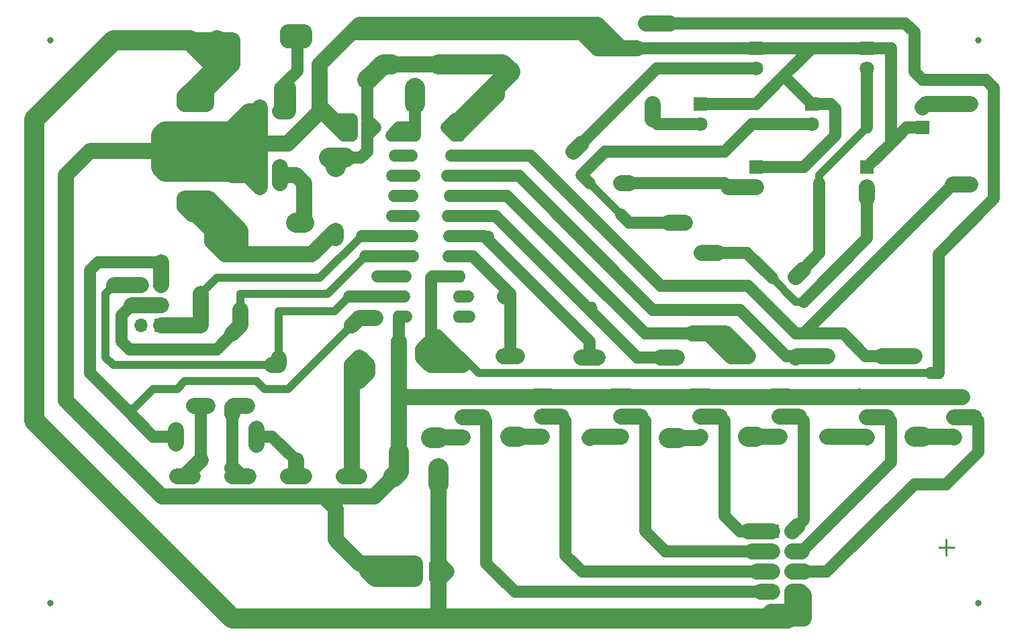
<source format=gbr>
%TF.GenerationSoftware,KiCad,Pcbnew,5.1.9*%
%TF.CreationDate,2021-04-25T23:10:33+02:00*%
%TF.ProjectId,controller,636f6e74-726f-46c6-9c65-722e6b696361,rev?*%
%TF.SameCoordinates,Original*%
%TF.FileFunction,Copper,L2,Bot*%
%TF.FilePolarity,Positive*%
%FSLAX46Y46*%
G04 Gerber Fmt 4.6, Leading zero omitted, Abs format (unit mm)*
G04 Created by KiCad (PCBNEW 5.1.9) date 2021-04-25 23:10:33*
%MOMM*%
%LPD*%
G01*
G04 APERTURE LIST*
%TA.AperFunction,ComponentPad*%
%ADD10O,1.600000X1.600000*%
%TD*%
%TA.AperFunction,ComponentPad*%
%ADD11C,1.600000*%
%TD*%
%TA.AperFunction,ComponentPad*%
%ADD12R,1.600000X1.600000*%
%TD*%
%TA.AperFunction,ComponentPad*%
%ADD13O,1.700000X1.700000*%
%TD*%
%TA.AperFunction,ComponentPad*%
%ADD14R,1.700000X1.700000*%
%TD*%
%TA.AperFunction,ComponentPad*%
%ADD15R,1.800000X1.800000*%
%TD*%
%TA.AperFunction,ComponentPad*%
%ADD16C,1.800000*%
%TD*%
%TA.AperFunction,ComponentPad*%
%ADD17C,2.600000*%
%TD*%
%TA.AperFunction,ComponentPad*%
%ADD18O,1.800000X1.800000*%
%TD*%
%TA.AperFunction,ComponentPad*%
%ADD19R,2.400000X2.400000*%
%TD*%
%TA.AperFunction,ComponentPad*%
%ADD20C,2.400000*%
%TD*%
%TA.AperFunction,ViaPad*%
%ADD21C,0.800000*%
%TD*%
%TA.AperFunction,Conductor*%
%ADD22C,0.250000*%
%TD*%
%TA.AperFunction,Conductor*%
%ADD23C,1.500000*%
%TD*%
%TA.AperFunction,Conductor*%
%ADD24C,2.000000*%
%TD*%
%TA.AperFunction,Conductor*%
%ADD25C,2.500000*%
%TD*%
%TA.AperFunction,Conductor*%
%ADD26C,1.000000*%
%TD*%
G04 APERTURE END LIST*
D10*
%TO.P,L0,2*%
%TO.N,Net-(C1-Pad1)*%
X125000000Y-54840000D03*
D11*
%TO.P,L0,1*%
%TO.N,/5V+*%
X125000000Y-65000000D03*
%TD*%
%TO.P,C6,2*%
%TO.N,Earth*%
X145000000Y-38000000D03*
%TO.P,C6,1*%
%TO.N,Net-(C1-Pad1)*%
X145000000Y-43000000D03*
%TD*%
%TO.P,C1,2*%
%TO.N,Earth*%
X127000000Y-51000000D03*
D12*
%TO.P,C1,1*%
%TO.N,Net-(C1-Pad1)*%
X129000000Y-51000000D03*
%TD*%
D11*
%TO.P,C4,2*%
%TO.N,Earth*%
X133000000Y-94000000D03*
%TO.P,C4,1*%
%TO.N,/+12V*%
X138000000Y-94000000D03*
%TD*%
%TO.P,C3,2*%
%TO.N,Earth*%
X131000000Y-38000000D03*
%TO.P,C3,1*%
%TO.N,Net-(C1-Pad1)*%
X131000000Y-43000000D03*
%TD*%
%TO.P,C2,2*%
%TO.N,Earth*%
X138000000Y-38000000D03*
%TO.P,C2,1*%
%TO.N,Net-(C1-Pad1)*%
X138000000Y-43000000D03*
%TD*%
D13*
%TO.P,J2,10*%
%TO.N,/+12V*%
X182540000Y-112160000D03*
%TO.P,J2,9*%
X180000000Y-112160000D03*
%TO.P,J2,8*%
X182540000Y-109620000D03*
%TO.P,J2,7*%
%TO.N,/SEG_G*%
X180000000Y-109620000D03*
%TO.P,J2,6*%
%TO.N,/SEG_A*%
X182540000Y-107080000D03*
%TO.P,J2,5*%
%TO.N,/SEG_F*%
X180000000Y-107080000D03*
%TO.P,J2,4*%
%TO.N,/SEG_B*%
X182540000Y-104540000D03*
%TO.P,J2,3*%
%TO.N,/SEG_E*%
X180000000Y-104540000D03*
%TO.P,J2,2*%
%TO.N,/SEG_C*%
X182540000Y-102000000D03*
D14*
%TO.P,J2,1*%
%TO.N,/SEG_D*%
X180000000Y-102000000D03*
%TD*%
D10*
%TO.P,R14,2*%
%TO.N,Net-(R0-Pad1)*%
X165000000Y-37840000D03*
D11*
%TO.P,R14,1*%
%TO.N,Net-(D7-Pad2)*%
X165000000Y-48000000D03*
%TD*%
%TO.P,R15,2*%
%TO.N,Net-(R1-Pad1)*%
%TA.AperFunction,ComponentPad*%
G36*
G01*
X147197275Y-71802725D02*
X147197275Y-71802725D01*
G75*
G02*
X147197275Y-72934095I-565685J-565685D01*
G01*
X147197275Y-72934095D01*
G75*
G02*
X146065905Y-72934095I-565685J565685D01*
G01*
X146065905Y-72934095D01*
G75*
G02*
X146065905Y-71802725I565685J565685D01*
G01*
X146065905Y-71802725D01*
G75*
G02*
X147197275Y-71802725I565685J-565685D01*
G01*
G37*
%TD.AperFunction*%
%TO.P,R15,1*%
%TO.N,Net-(D8-Pad2)*%
X161000000Y-58000000D03*
%TD*%
D12*
%TO.P,U1,1*%
%TO.N,Net-(R8-Pad1)*%
X133000000Y-52000000D03*
D10*
%TO.P,U1,11*%
%TO.N,Net-(U1-Pad11)*%
X140620000Y-74860000D03*
%TO.P,U1,2*%
%TO.N,Net-(U1-Pad2)*%
X133000000Y-54540000D03*
%TO.P,U1,12*%
%TO.N,Net-(U1-Pad12)*%
X140620000Y-72320000D03*
%TO.P,U1,3*%
%TO.N,Net-(U1-Pad3)*%
X133000000Y-57080000D03*
%TO.P,U1,13*%
%TO.N,Net-(R0-Pad1)*%
X140620000Y-69780000D03*
%TO.P,U1,4*%
%TO.N,Net-(U1-Pad4)*%
X133000000Y-59620000D03*
%TO.P,U1,14*%
%TO.N,Net-(R1-Pad1)*%
X140620000Y-67240000D03*
%TO.P,U1,5*%
%TO.N,Net-(U1-Pad5)*%
X133000000Y-62160000D03*
%TO.P,U1,15*%
%TO.N,Net-(R16-Pad2)*%
X140620000Y-64700000D03*
%TO.P,U1,6*%
%TO.N,/BIT_D*%
X133000000Y-64700000D03*
%TO.P,U1,16*%
%TO.N,Net-(R17-Pad2)*%
X140620000Y-62160000D03*
%TO.P,U1,7*%
%TO.N,/BIT_C*%
X133000000Y-67240000D03*
%TO.P,U1,17*%
%TO.N,Net-(R18-Pad2)*%
X140620000Y-59620000D03*
%TO.P,U1,8*%
%TO.N,/BIT_B*%
X133000000Y-69780000D03*
%TO.P,U1,18*%
%TO.N,Net-(R19-Pad2)*%
X140620000Y-57080000D03*
%TO.P,U1,9*%
%TO.N,/BIT_A*%
X133000000Y-72320000D03*
%TO.P,U1,19*%
%TO.N,Net-(R20-Pad2)*%
X140620000Y-54540000D03*
%TO.P,U1,10*%
%TO.N,Earth*%
X133000000Y-74860000D03*
%TO.P,U1,20*%
%TO.N,Net-(C1-Pad1)*%
X140620000Y-52000000D03*
%TD*%
D15*
%TO.P,D1,1*%
%TO.N,Earth*%
X115460000Y-57000000D03*
D16*
%TO.P,D1,2*%
%TO.N,Net-(D1-Pad2)*%
X118000000Y-57000000D03*
%TD*%
D15*
%TO.P,D2,1*%
%TO.N,Earth*%
X106000000Y-97540000D03*
D16*
%TO.P,D2,2*%
%TO.N,Net-(D2-Pad2)*%
X106000000Y-95000000D03*
%TD*%
D15*
%TO.P,D3,1*%
%TO.N,Earth*%
X113000000Y-97540000D03*
D16*
%TO.P,D3,2*%
%TO.N,Net-(D3-Pad2)*%
X113000000Y-95000000D03*
%TD*%
D15*
%TO.P,D4,1*%
%TO.N,Earth*%
X120000000Y-97540000D03*
D16*
%TO.P,D4,2*%
%TO.N,Net-(D4-Pad2)*%
X120000000Y-95000000D03*
%TD*%
%TO.P,D5,2*%
%TO.N,Net-(D5-Pad2)*%
X127000000Y-95000000D03*
D15*
%TO.P,D5,1*%
%TO.N,Earth*%
X127000000Y-97540000D03*
%TD*%
%TO.P,D6,1*%
%TO.N,Earth*%
X115460000Y-49000000D03*
D16*
%TO.P,D6,2*%
%TO.N,Net-(D6-Pad2)*%
X118000000Y-49000000D03*
%TD*%
%TO.P,D7,2*%
%TO.N,Net-(D7-Pad2)*%
X171000000Y-50540000D03*
D15*
%TO.P,D7,1*%
%TO.N,Earth*%
X171000000Y-48000000D03*
%TD*%
D16*
%TO.P,D8,2*%
%TO.N,Net-(D8-Pad2)*%
X178000000Y-58540000D03*
D15*
%TO.P,D8,1*%
%TO.N,Earth*%
X178000000Y-56000000D03*
%TD*%
D16*
%TO.P,D9,2*%
%TO.N,Net-(D9-Pad2)*%
X178000000Y-43540000D03*
D15*
%TO.P,D9,1*%
%TO.N,Earth*%
X178000000Y-41000000D03*
%TD*%
D16*
%TO.P,D10,2*%
%TO.N,Net-(D10-Pad2)*%
X185000000Y-50540000D03*
D15*
%TO.P,D10,1*%
%TO.N,Earth*%
X185000000Y-48000000D03*
%TD*%
%TO.P,D11,1*%
%TO.N,Earth*%
X192000000Y-56000000D03*
D16*
%TO.P,D11,2*%
%TO.N,Net-(D11-Pad2)*%
X192000000Y-58540000D03*
%TD*%
%TO.P,D12,2*%
%TO.N,Net-(D12-Pad2)*%
X192000000Y-43540000D03*
D15*
%TO.P,D12,1*%
%TO.N,Earth*%
X192000000Y-41000000D03*
%TD*%
%TO.P,D13,1*%
%TO.N,Earth*%
X199000000Y-51000000D03*
D16*
%TO.P,D13,2*%
%TO.N,Net-(D13-Pad2)*%
X199000000Y-48460000D03*
%TD*%
D17*
%TO.P,J0,1*%
%TO.N,/+12V*%
X107020000Y-46380000D03*
%TO.P,J0,2*%
%TO.N,Earth*%
X107020000Y-51460000D03*
%TO.P,J0,3*%
X107020000Y-56540000D03*
%TO.P,J0,4*%
%TO.N,/5V+*%
X107020000Y-61620000D03*
%TD*%
D14*
%TO.P,J3,1*%
%TO.N,/BIT_D*%
X103000000Y-76000000D03*
D13*
%TO.P,J3,2*%
%TO.N,Net-(J3-Pad2)*%
X100460000Y-76000000D03*
%TO.P,J3,3*%
%TO.N,/BIT_C*%
X103000000Y-73460000D03*
%TO.P,J3,4*%
X100460000Y-73460000D03*
%TO.P,J3,5*%
%TO.N,/BIT_B*%
X103000000Y-70920000D03*
%TO.P,J3,6*%
%TO.N,/BIT_A*%
X100460000Y-70920000D03*
%TD*%
D18*
%TO.P,Q0,3*%
%TO.N,Net-(Q0-Pad3)*%
X141000000Y-90080000D03*
%TO.P,Q0,2*%
%TO.N,/SEG_G*%
X141000000Y-87540000D03*
D15*
%TO.P,Q0,1*%
%TO.N,Earth*%
X141000000Y-85000000D03*
%TD*%
%TO.P,Q1,1*%
%TO.N,Earth*%
X151000000Y-84920000D03*
D18*
%TO.P,Q1,2*%
%TO.N,/SEG_F*%
X151000000Y-87460000D03*
%TO.P,Q1,3*%
%TO.N,Net-(Q1-Pad3)*%
X151000000Y-90000000D03*
%TD*%
%TO.P,Q2,3*%
%TO.N,Net-(Q2-Pad3)*%
X161000000Y-90000000D03*
%TO.P,Q2,2*%
%TO.N,/SEG_E*%
X161000000Y-87460000D03*
D15*
%TO.P,Q2,1*%
%TO.N,Earth*%
X161000000Y-84920000D03*
%TD*%
%TO.P,Q3,1*%
%TO.N,Earth*%
X171000000Y-84920000D03*
D18*
%TO.P,Q3,2*%
%TO.N,/SEG_D*%
X171000000Y-87460000D03*
%TO.P,Q3,3*%
%TO.N,Net-(Q3-Pad3)*%
X171000000Y-90000000D03*
%TD*%
D15*
%TO.P,Q4,1*%
%TO.N,Earth*%
X181000000Y-84920000D03*
D18*
%TO.P,Q4,2*%
%TO.N,/SEG_C*%
X181000000Y-87460000D03*
%TO.P,Q4,3*%
%TO.N,Net-(Q4-Pad3)*%
X181000000Y-90000000D03*
%TD*%
%TO.P,Q5,3*%
%TO.N,Net-(Q5-Pad3)*%
X192000000Y-90080000D03*
%TO.P,Q5,2*%
%TO.N,/SEG_B*%
X192000000Y-87540000D03*
D15*
%TO.P,Q5,1*%
%TO.N,Earth*%
X192000000Y-85000000D03*
%TD*%
%TO.P,Q6,1*%
%TO.N,Earth*%
X203000000Y-85000000D03*
D18*
%TO.P,Q6,2*%
%TO.N,/SEG_A*%
X203000000Y-87540000D03*
%TO.P,Q6,3*%
%TO.N,Net-(Q6-Pad3)*%
X203000000Y-90080000D03*
%TD*%
D11*
%TO.P,R0,1*%
%TO.N,Net-(R0-Pad1)*%
X137000000Y-80000000D03*
D10*
%TO.P,R0,2*%
%TO.N,Net-(Q0-Pad3)*%
X137000000Y-90160000D03*
%TD*%
%TO.P,R1,2*%
%TO.N,Net-(Q1-Pad3)*%
X147000000Y-90000000D03*
D11*
%TO.P,R1,1*%
%TO.N,Net-(R1-Pad1)*%
X147000000Y-79840000D03*
%TD*%
D10*
%TO.P,R2,2*%
%TO.N,Net-(Q2-Pad3)*%
X157000000Y-90160000D03*
D11*
%TO.P,R2,1*%
%TO.N,Net-(R16-Pad2)*%
X157000000Y-80000000D03*
%TD*%
%TO.P,R3,1*%
%TO.N,Net-(R17-Pad2)*%
X167000000Y-80000000D03*
D10*
%TO.P,R3,2*%
%TO.N,Net-(Q3-Pad3)*%
X167000000Y-90160000D03*
%TD*%
%TO.P,R4,2*%
%TO.N,Net-(Q4-Pad3)*%
X177000000Y-90000000D03*
D11*
%TO.P,R4,1*%
%TO.N,Net-(R18-Pad2)*%
X177000000Y-79840000D03*
%TD*%
%TO.P,R5,1*%
%TO.N,Net-(R19-Pad2)*%
X187000000Y-79840000D03*
D10*
%TO.P,R5,2*%
%TO.N,Net-(Q5-Pad3)*%
X187000000Y-90000000D03*
%TD*%
D11*
%TO.P,R6,1*%
%TO.N,Net-(R20-Pad2)*%
X198000000Y-79840000D03*
D10*
%TO.P,R6,2*%
%TO.N,Net-(Q6-Pad3)*%
X198000000Y-90000000D03*
%TD*%
D11*
%TO.P,R7,1*%
%TO.N,Net-(D1-Pad2)*%
X121000000Y-63000000D03*
D10*
%TO.P,R7,2*%
%TO.N,/5V+*%
X110840000Y-63000000D03*
%TD*%
%TO.P,R8,2*%
%TO.N,Net-(C1-Pad1)*%
X145160000Y-46000000D03*
D11*
%TO.P,R8,1*%
%TO.N,Net-(R8-Pad1)*%
X135000000Y-46000000D03*
%TD*%
%TO.P,R9,1*%
%TO.N,Net-(D2-Pad2)*%
X108000000Y-86160000D03*
D10*
%TO.P,R9,2*%
%TO.N,/BIT_D*%
X108000000Y-76000000D03*
%TD*%
%TO.P,R10,2*%
%TO.N,/BIT_C*%
X113000000Y-76000000D03*
D11*
%TO.P,R10,1*%
%TO.N,Net-(D3-Pad2)*%
X113000000Y-86160000D03*
%TD*%
D10*
%TO.P,R11,2*%
%TO.N,/BIT_B*%
X104840000Y-90000000D03*
D11*
%TO.P,R11,1*%
%TO.N,Net-(D4-Pad2)*%
X115000000Y-90000000D03*
%TD*%
%TO.P,R12,1*%
%TO.N,Net-(D5-Pad2)*%
X128000000Y-81000000D03*
D10*
%TO.P,R12,2*%
%TO.N,/BIT_A*%
X117840000Y-81000000D03*
%TD*%
D11*
%TO.P,R13,1*%
%TO.N,Net-(D6-Pad2)*%
X120160000Y-40000000D03*
D10*
%TO.P,R13,2*%
%TO.N,/+12V*%
X110000000Y-40000000D03*
%TD*%
%TO.P,R18,2*%
%TO.N,Net-(R18-Pad2)*%
X172000000Y-77000000D03*
D11*
%TO.P,R18,1*%
%TO.N,Net-(D11-Pad2)*%
X172000000Y-66840000D03*
%TD*%
%TO.P,R19,1*%
%TO.N,Net-(D12-Pad2)*%
X183000000Y-69840000D03*
D10*
%TO.P,R19,2*%
%TO.N,Net-(R19-Pad2)*%
X183000000Y-80000000D03*
%TD*%
%TO.P,R20,2*%
%TO.N,Net-(R20-Pad2)*%
X205000000Y-58160000D03*
D11*
%TO.P,R20,1*%
%TO.N,Net-(D13-Pad2)*%
X205000000Y-48000000D03*
%TD*%
%TO.P,R16,1*%
%TO.N,Net-(D9-Pad2)*%
X155000000Y-54000000D03*
%TO.P,R16,2*%
%TO.N,Net-(R16-Pad2)*%
%TA.AperFunction,ComponentPad*%
G36*
G01*
X144789378Y-64210622D02*
X144789378Y-64210622D01*
G75*
G02*
X144789378Y-65341992I-565685J-565685D01*
G01*
X144789378Y-65341992D01*
G75*
G02*
X143658008Y-65341992I-565685J565685D01*
G01*
X143658008Y-65341992D01*
G75*
G02*
X143658008Y-64210622I565685J565685D01*
G01*
X143658008Y-64210622D01*
G75*
G02*
X144789378Y-64210622I565685J-565685D01*
G01*
G37*
%TD.AperFunction*%
%TD*%
%TO.P,R17,2*%
%TO.N,Net-(R17-Pad2)*%
%TA.AperFunction,ComponentPad*%
G36*
G01*
X157789378Y-73210622D02*
X157789378Y-73210622D01*
G75*
G02*
X157789378Y-74341992I-565685J-565685D01*
G01*
X157789378Y-74341992D01*
G75*
G02*
X156658008Y-74341992I-565685J565685D01*
G01*
X156658008Y-74341992D01*
G75*
G02*
X156658008Y-73210622I565685J565685D01*
G01*
X156658008Y-73210622D01*
G75*
G02*
X157789378Y-73210622I565685J-565685D01*
G01*
G37*
%TD.AperFunction*%
%TO.P,R17,1*%
%TO.N,Net-(D10-Pad2)*%
X168000000Y-63000000D03*
%TD*%
D19*
%TO.P,C5,1*%
%TO.N,/+12V*%
X138000000Y-107000000D03*
D20*
%TO.P,C5,2*%
%TO.N,Earth*%
X133000000Y-107000000D03*
%TD*%
D21*
%TO.N,*%
X89000000Y-40000000D03*
X89000000Y-111000000D03*
X206000000Y-40000000D03*
X206000000Y-111000000D03*
%TO.N,/BIT_B*%
X130220000Y-69780000D03*
X130000000Y-75000000D03*
%TD*%
D22*
%TO.N,*%
X202000000Y-103000000D02*
X202000000Y-105000000D01*
X203000000Y-104000000D02*
X201000000Y-104000000D01*
D23*
%TO.N,Earth*%
X113000000Y-51460000D02*
X115460000Y-49000000D01*
D24*
X120000000Y-97540000D02*
X113000000Y-97540000D01*
X113000000Y-97540000D02*
X106000000Y-97540000D01*
X103100000Y-97540000D02*
X91000000Y-85440000D01*
X106000000Y-97540000D02*
X103100000Y-97540000D01*
X91000000Y-85440000D02*
X91000000Y-57000000D01*
X91000000Y-57000000D02*
X94020000Y-53980000D01*
D25*
X107020000Y-53980000D02*
X107020000Y-56540000D01*
X107020000Y-51460000D02*
X107020000Y-53980000D01*
D24*
X127000000Y-97540000D02*
X129900000Y-97540000D01*
D23*
X133000000Y-74860000D02*
X133000000Y-78000000D01*
D24*
X133000000Y-85000000D02*
X133000000Y-78000000D01*
X133000000Y-88000000D02*
X133000000Y-85000000D01*
D23*
X133000000Y-74860000D02*
X133860000Y-74860000D01*
D24*
X115460000Y-49000000D02*
X114000000Y-49000000D01*
X114000000Y-49000000D02*
X112000000Y-51000000D01*
X108460000Y-51460000D02*
X108460000Y-55460000D01*
D23*
X107020000Y-51460000D02*
X108460000Y-51460000D01*
D24*
X108460000Y-55460000D02*
X108920000Y-55000000D01*
X108920000Y-55000000D02*
X112000000Y-55000000D01*
X112000000Y-55000000D02*
X112000000Y-53000000D01*
X112000000Y-53000000D02*
X110000000Y-53000000D01*
X108920000Y-54080000D02*
X111540000Y-51460000D01*
X108920000Y-55000000D02*
X108920000Y-54080000D01*
D23*
X111540000Y-51460000D02*
X113000000Y-51460000D01*
X108460000Y-51460000D02*
X111540000Y-51460000D01*
D24*
X111540000Y-56540000D02*
X113000000Y-56540000D01*
X141000000Y-85000000D02*
X139000000Y-85000000D01*
D23*
X139000000Y-85000000D02*
X133000000Y-85000000D01*
D24*
X141000000Y-85000000D02*
X143000000Y-85000000D01*
X150080000Y-84920000D02*
X150000000Y-85000000D01*
X151000000Y-84920000D02*
X150080000Y-84920000D01*
D23*
X143000000Y-85000000D02*
X150000000Y-85000000D01*
D24*
X151000000Y-84920000D02*
X152080000Y-84920000D01*
X161000000Y-84920000D02*
X159920000Y-84920000D01*
D23*
X152080000Y-84920000D02*
X159920000Y-84920000D01*
D24*
X161000000Y-84920000D02*
X162080000Y-84920000D01*
X171000000Y-84920000D02*
X169920000Y-84920000D01*
D23*
X162080000Y-84920000D02*
X169920000Y-84920000D01*
D24*
X171000000Y-84920000D02*
X172080000Y-84920000D01*
X181000000Y-84920000D02*
X180080000Y-84920000D01*
D23*
X180080000Y-84920000D02*
X172080000Y-84920000D01*
D24*
X181000000Y-84920000D02*
X182080000Y-84920000D01*
X191160000Y-85000000D02*
X191080000Y-84920000D01*
X192000000Y-85000000D02*
X191160000Y-85000000D01*
D23*
X182080000Y-84920000D02*
X191080000Y-84920000D01*
D24*
X192000000Y-85000000D02*
X193000000Y-85000000D01*
X203000000Y-85000000D02*
X202000000Y-85000000D01*
D23*
X193000000Y-85000000D02*
X202000000Y-85000000D01*
D24*
X203000000Y-85000000D02*
X204000000Y-85000000D01*
X113000000Y-56540000D02*
X113000000Y-54000000D01*
D23*
X171000000Y-48000000D02*
X178000000Y-48000000D01*
X185000000Y-41000000D02*
X192000000Y-41000000D01*
X178000000Y-41000000D02*
X185000000Y-41000000D01*
X181500000Y-44500000D02*
X185000000Y-48000000D01*
X178000000Y-48000000D02*
X181500000Y-44500000D01*
X181500000Y-44500000D02*
X185000000Y-41000000D01*
X178000000Y-56000000D02*
X184000000Y-56000000D01*
X184000000Y-56000000D02*
X188000000Y-52000000D01*
X187400000Y-48000000D02*
X185000000Y-48000000D01*
X188000000Y-48600000D02*
X187400000Y-48000000D01*
X188000000Y-52000000D02*
X188000000Y-48600000D01*
X195000000Y-53000000D02*
X195000000Y-41000000D01*
X192000000Y-56000000D02*
X195000000Y-53000000D01*
X192000000Y-41000000D02*
X195000000Y-41000000D01*
X197000000Y-51000000D02*
X195000000Y-53000000D01*
X199000000Y-51000000D02*
X197000000Y-51000000D01*
D24*
X123460000Y-97540000D02*
X120000000Y-97540000D01*
X127000000Y-97540000D02*
X123460000Y-97540000D01*
X133000000Y-85000000D02*
X204000000Y-85000000D01*
D25*
X133000000Y-92000000D02*
X133000000Y-94440000D01*
D24*
X133000000Y-92000000D02*
X133000000Y-88000000D01*
D25*
X133000000Y-94440000D02*
X132220000Y-95220000D01*
X133000000Y-94000000D02*
X133000000Y-94440000D01*
D24*
X129900000Y-97540000D02*
X132220000Y-95220000D01*
D25*
X107020000Y-51460000D02*
X111540000Y-51460000D01*
X107020000Y-56540000D02*
X111540000Y-56540000D01*
D24*
X94020000Y-53980000D02*
X102980000Y-53980000D01*
D25*
X107020000Y-56540000D02*
X104540000Y-56540000D01*
X107020000Y-51460000D02*
X103540000Y-51460000D01*
X102980000Y-52020000D02*
X102980000Y-53980000D01*
X103540000Y-51460000D02*
X102980000Y-52020000D01*
X107020000Y-53980000D02*
X102980000Y-53980000D01*
X104500000Y-51460000D02*
X107020000Y-53980000D01*
X103540000Y-51460000D02*
X104500000Y-51460000D01*
X107020000Y-54060000D02*
X104540000Y-56540000D01*
X107020000Y-53980000D02*
X107020000Y-54060000D01*
X103540000Y-56540000D02*
X104540000Y-56540000D01*
X102980000Y-55980000D02*
X103540000Y-56540000D01*
X102980000Y-53980000D02*
X102980000Y-55980000D01*
D24*
X130000000Y-108000000D02*
X129000000Y-107000000D01*
X134000000Y-107000000D02*
X130000000Y-107000000D01*
X129000000Y-107000000D02*
X134000000Y-107000000D01*
X135000000Y-108000000D02*
X130000000Y-108000000D01*
X135000000Y-106000000D02*
X135000000Y-108000000D01*
X128000000Y-106000000D02*
X135000000Y-106000000D01*
X125000000Y-103000000D02*
X128000000Y-106000000D01*
X125000000Y-99080000D02*
X125000000Y-103000000D01*
X123460000Y-97540000D02*
X125000000Y-99080000D01*
X119000000Y-53000000D02*
X113000000Y-53000000D01*
X113000000Y-53000000D02*
X113000000Y-51460000D01*
X113000000Y-54000000D02*
X113000000Y-53000000D01*
X123000000Y-49000000D02*
X119000000Y-53000000D01*
D23*
X125000000Y-51000000D02*
X123000000Y-49000000D01*
X127000000Y-51000000D02*
X127000000Y-50000000D01*
X127000000Y-50000000D02*
X125000000Y-50000000D01*
X125000000Y-50000000D02*
X124000000Y-49000000D01*
X124000000Y-49000000D02*
X123000000Y-48000000D01*
D24*
X123000000Y-48000000D02*
X123000000Y-49000000D01*
D23*
X127000000Y-51000000D02*
X127000000Y-52000000D01*
X126000000Y-52000000D02*
X125000000Y-51000000D01*
X127000000Y-52000000D02*
X126000000Y-52000000D01*
X127000000Y-51000000D02*
X126000000Y-51000000D01*
D24*
X112000000Y-57000000D02*
X111540000Y-56540000D01*
X115460000Y-56460000D02*
X113000000Y-54000000D01*
X115460000Y-57000000D02*
X115460000Y-56460000D01*
X115460000Y-57000000D02*
X115460000Y-58540000D01*
X113920000Y-57000000D02*
X112000000Y-57000000D01*
X115460000Y-58540000D02*
X113920000Y-57000000D01*
X115380000Y-51460000D02*
X115460000Y-51540000D01*
X113000000Y-51460000D02*
X115380000Y-51460000D01*
X115460000Y-51540000D02*
X115460000Y-57000000D01*
X115460000Y-49000000D02*
X115460000Y-51540000D01*
X115460000Y-49000000D02*
X115460000Y-48460000D01*
X128000000Y-38000000D02*
X158000000Y-38000000D01*
X123000000Y-48000000D02*
X123000000Y-43000000D01*
X161000000Y-41000000D02*
X163000000Y-41000000D01*
D23*
X163000000Y-41000000D02*
X178000000Y-41000000D01*
D24*
X123000000Y-43000000D02*
X127000000Y-39000000D01*
X127000000Y-39000000D02*
X128000000Y-38000000D01*
X156000000Y-39000000D02*
X155000000Y-39000000D01*
X158000000Y-41000000D02*
X156000000Y-39000000D01*
X161000000Y-41000000D02*
X158000000Y-41000000D01*
X127000000Y-39000000D02*
X155000000Y-39000000D01*
X159000000Y-39000000D02*
X159500000Y-39500000D01*
X155000000Y-39000000D02*
X159000000Y-39000000D01*
X159500000Y-39500000D02*
X161000000Y-41000000D01*
X158000000Y-38000000D02*
X159500000Y-39500000D01*
D25*
%TO.N,Net-(D1-Pad2)*%
X121000000Y-63000000D02*
X120000000Y-63000000D01*
D24*
X121000000Y-63000000D02*
X121000000Y-58000000D01*
X120000000Y-57000000D02*
X118000000Y-57000000D01*
X121000000Y-58000000D02*
X120000000Y-57000000D01*
X118000000Y-58000000D02*
X118000000Y-57000000D01*
X118000000Y-57000000D02*
X118000000Y-56000000D01*
D23*
%TO.N,Net-(D2-Pad2)*%
X108000000Y-86160000D02*
X108000000Y-93000000D01*
D24*
X108000000Y-86160000D02*
X107160000Y-86160000D01*
X108000000Y-86160000D02*
X108840000Y-86160000D01*
X106000000Y-95000000D02*
X108000000Y-93000000D01*
X106000000Y-95000000D02*
X105000000Y-95000000D01*
X105000000Y-95000000D02*
X107000000Y-95000000D01*
D23*
%TO.N,Net-(D3-Pad2)*%
X112000000Y-87160000D02*
X112000000Y-94000000D01*
D24*
X113000000Y-86160000D02*
X113840000Y-86160000D01*
X113000000Y-86160000D02*
X112160000Y-86160000D01*
X112000000Y-86320000D02*
X112000000Y-87160000D01*
X112160000Y-86160000D02*
X112000000Y-86320000D01*
X113000000Y-95000000D02*
X112000000Y-94000000D01*
X113000000Y-95000000D02*
X112000000Y-95000000D01*
X112000000Y-95000000D02*
X114000000Y-95000000D01*
%TO.N,Net-(D4-Pad2)*%
X115000000Y-90000000D02*
X115000000Y-89000000D01*
X115000000Y-90000000D02*
X115000000Y-91000000D01*
X120000000Y-95000000D02*
X120000000Y-93000000D01*
X120000000Y-95000000D02*
X119000000Y-95000000D01*
X119000000Y-95000000D02*
X121000000Y-95000000D01*
D23*
X115000000Y-90000000D02*
X117000000Y-90000000D01*
X117000000Y-90000000D02*
X120000000Y-93000000D01*
D24*
%TO.N,Net-(D5-Pad2)*%
X127000000Y-82000000D02*
X128000000Y-81000000D01*
X127000000Y-95000000D02*
X127000000Y-82000000D01*
X128000000Y-81000000D02*
X128000000Y-83000000D01*
X128000000Y-81000000D02*
X128000000Y-80000000D01*
X129000000Y-81000000D02*
X128000000Y-80000000D01*
X128000000Y-80000000D02*
X127000000Y-81000000D01*
X127000000Y-81000000D02*
X127000000Y-82000000D01*
X129000000Y-82000000D02*
X128000000Y-83000000D01*
X129000000Y-81000000D02*
X129000000Y-82000000D01*
X127000000Y-95000000D02*
X126000000Y-95000000D01*
X126000000Y-95000000D02*
X128000000Y-95000000D01*
D23*
%TO.N,Net-(D6-Pad2)*%
X120160000Y-40000000D02*
X120160000Y-43840000D01*
X118000000Y-46000000D02*
X118000000Y-49000000D01*
X120160000Y-43840000D02*
X118000000Y-46000000D01*
D24*
X120160000Y-40000000D02*
X119000000Y-40000000D01*
X119000000Y-40000000D02*
X119000000Y-39000000D01*
X119000000Y-39000000D02*
X121000000Y-39000000D01*
X121000000Y-39000000D02*
X121000000Y-40000000D01*
X118000000Y-49000000D02*
X119000000Y-49000000D01*
X119000000Y-49000000D02*
X119000000Y-46000000D01*
D23*
%TO.N,Net-(D7-Pad2)*%
X165540000Y-50540000D02*
X171000000Y-50540000D01*
X165000000Y-50000000D02*
X165540000Y-50540000D01*
D24*
X165000000Y-48000000D02*
X165000000Y-50000000D01*
%TO.N,/5V+*%
X107020000Y-61620000D02*
X108380000Y-61620000D01*
X108380000Y-61620000D02*
X109000000Y-61000000D01*
X109000000Y-61000000D02*
X108000000Y-60000000D01*
X108000000Y-60000000D02*
X106000000Y-60000000D01*
X106000000Y-61000000D02*
X106620000Y-61620000D01*
X106000000Y-60000000D02*
X106000000Y-61000000D01*
D25*
X109460000Y-61620000D02*
X108380000Y-61620000D01*
X110840000Y-63000000D02*
X109460000Y-61620000D01*
D24*
X111000000Y-63160000D02*
X110840000Y-63000000D01*
X113000000Y-67000000D02*
X113000000Y-64000000D01*
X113000000Y-67000000D02*
X111000000Y-67000000D01*
X113000000Y-64000000D02*
X112000000Y-63000000D01*
X110840000Y-63000000D02*
X112000000Y-63000000D01*
X122000000Y-67000000D02*
X113000000Y-67000000D01*
X125000000Y-64000000D02*
X122000000Y-67000000D01*
X125000000Y-65000000D02*
X125000000Y-64000000D01*
X109000000Y-60000000D02*
X113000000Y-64000000D01*
X108000000Y-60000000D02*
X109000000Y-60000000D01*
X109400000Y-64000000D02*
X111000000Y-64000000D01*
X107020000Y-61620000D02*
X109400000Y-64000000D01*
X111000000Y-64000000D02*
X111000000Y-63160000D01*
X111000000Y-67000000D02*
X111000000Y-64000000D01*
X109400000Y-65400000D02*
X111000000Y-67000000D01*
X109400000Y-64000000D02*
X109400000Y-65400000D01*
D23*
%TO.N,Net-(D8-Pad2)*%
X174000000Y-58000000D02*
X174540000Y-58540000D01*
X162000000Y-58000000D02*
X174000000Y-58000000D01*
D24*
X162000000Y-58000000D02*
X161000000Y-58000000D01*
X178000000Y-58540000D02*
X174540000Y-58540000D01*
D23*
%TO.N,Net-(D9-Pad2)*%
X165460000Y-43540000D02*
X178000000Y-43540000D01*
D24*
X155000000Y-54000000D02*
X156000000Y-53000000D01*
D23*
X156000000Y-53000000D02*
X165460000Y-43540000D01*
%TO.N,Net-(D10-Pad2)*%
X162000000Y-63000000D02*
X161000000Y-62000000D01*
D26*
X161000000Y-62000000D02*
X157000000Y-58000000D01*
D23*
X157000000Y-58000000D02*
X156000000Y-57000000D01*
X156000000Y-57000000D02*
X159000000Y-54000000D01*
X159000000Y-54000000D02*
X174000000Y-54000000D01*
X177460000Y-50540000D02*
X185000000Y-50540000D01*
X174000000Y-54000000D02*
X177460000Y-50540000D01*
D24*
X169000000Y-63000000D02*
X168000000Y-63000000D01*
X168000000Y-63000000D02*
X167000000Y-63000000D01*
D23*
X167000000Y-63000000D02*
X162000000Y-63000000D01*
%TO.N,Net-(D11-Pad2)*%
X176840000Y-66840000D02*
X180000000Y-70000000D01*
X192000000Y-65000000D02*
X184000000Y-73000000D01*
D26*
X180000000Y-70000000D02*
X183000000Y-73000000D01*
X183000000Y-73000000D02*
X184000000Y-73000000D01*
D24*
X172000000Y-66840000D02*
X171160000Y-66840000D01*
X171160000Y-66840000D02*
X173160000Y-66840000D01*
D23*
X173160000Y-66840000D02*
X176840000Y-66840000D01*
D24*
X192000000Y-58540000D02*
X192000000Y-60000000D01*
D23*
X192000000Y-60000000D02*
X192000000Y-65000000D01*
%TO.N,Net-(D12-Pad2)*%
X186000000Y-66840000D02*
X186000000Y-58000000D01*
X192000000Y-43540000D02*
X192000000Y-51000000D01*
D26*
X186000000Y-57000000D02*
X192000000Y-51000000D01*
X186000000Y-58000000D02*
X186000000Y-57000000D01*
D24*
X183000000Y-69840000D02*
X183920000Y-68920000D01*
D23*
X183920000Y-68920000D02*
X186000000Y-66840000D01*
D24*
%TO.N,Net-(D13-Pad2)*%
X199460000Y-48000000D02*
X199000000Y-48460000D01*
X205000000Y-48000000D02*
X199460000Y-48000000D01*
D25*
%TO.N,/+12V*%
X110000000Y-43400000D02*
X110000000Y-40000000D01*
X107020000Y-46380000D02*
X110000000Y-43400000D01*
D24*
X182540000Y-109620000D02*
X182540000Y-112460000D01*
D25*
X87000000Y-50000000D02*
X87000000Y-88000000D01*
X97000000Y-40000000D02*
X87000000Y-50000000D01*
X106600000Y-40000000D02*
X97000000Y-40000000D01*
X87000000Y-88000000D02*
X112000000Y-113000000D01*
D24*
X180000000Y-112160000D02*
X179840000Y-112160000D01*
X179840000Y-112160000D02*
X179000000Y-113000000D01*
D25*
X179000000Y-113000000D02*
X182000000Y-113000000D01*
D24*
X182540000Y-112460000D02*
X182000000Y-113000000D01*
X182540000Y-112160000D02*
X182540000Y-112460000D01*
X182540000Y-109620000D02*
X182540000Y-112160000D01*
X110000000Y-40000000D02*
X106600000Y-40000000D01*
X110000000Y-40000000D02*
X112000000Y-40000000D01*
X112000000Y-40000000D02*
X112000000Y-43000000D01*
X109600000Y-43000000D02*
X108300000Y-41700000D01*
X112000000Y-43000000D02*
X109600000Y-43000000D01*
D25*
X108300000Y-41700000D02*
X106600000Y-40000000D01*
X110000000Y-43400000D02*
X108300000Y-41700000D01*
D24*
X106620000Y-46380000D02*
X107240000Y-47000000D01*
X107240000Y-47000000D02*
X108000000Y-47000000D01*
X182540000Y-112160000D02*
X180000000Y-112160000D01*
X184000000Y-113000000D02*
X182000000Y-113000000D01*
X184000000Y-110000000D02*
X184000000Y-113000000D01*
X183620000Y-109620000D02*
X184000000Y-110000000D01*
X182540000Y-109620000D02*
X183620000Y-109620000D01*
D25*
X112000000Y-113000000D02*
X128000000Y-113000000D01*
D24*
X138000000Y-112000000D02*
X137000000Y-113000000D01*
D25*
X137000000Y-113000000D02*
X179000000Y-113000000D01*
X128000000Y-113000000D02*
X137000000Y-113000000D01*
D24*
X139000000Y-107000000D02*
X138000000Y-107000000D01*
X138000000Y-106000000D02*
X139000000Y-107000000D01*
X139000000Y-107000000D02*
X138000000Y-108000000D01*
X138000000Y-108000000D02*
X138000000Y-112000000D01*
X138000000Y-107000000D02*
X138000000Y-108000000D01*
D25*
X138000000Y-94000000D02*
X138000000Y-95000000D01*
X138000000Y-94000000D02*
X138000000Y-96000000D01*
D24*
X138000000Y-96000000D02*
X138000000Y-106000000D01*
X138000000Y-95000000D02*
X138000000Y-96000000D01*
D25*
X107020000Y-46780000D02*
X107240000Y-47000000D01*
X107020000Y-46380000D02*
X107020000Y-46780000D01*
X107380000Y-46380000D02*
X108000000Y-47000000D01*
X107020000Y-46380000D02*
X107380000Y-46380000D01*
D24*
X107020000Y-46380000D02*
X108640000Y-48000000D01*
X108640000Y-48000000D02*
X106000000Y-48000000D01*
X106000000Y-47000000D02*
X106620000Y-46380000D01*
X106000000Y-48000000D02*
X106000000Y-47000000D01*
X108640000Y-46360000D02*
X109000000Y-46000000D01*
X108640000Y-48000000D02*
X108640000Y-46360000D01*
X109000000Y-46000000D02*
X112000000Y-43000000D01*
X108000000Y-47000000D02*
X109000000Y-46000000D01*
D23*
%TO.N,/SEG_G*%
X144000000Y-106000000D02*
X147620000Y-109620000D01*
X144000000Y-88000000D02*
X144000000Y-106000000D01*
X143540000Y-87540000D02*
X144000000Y-88000000D01*
D24*
X141000000Y-87540000D02*
X143540000Y-87540000D01*
X180000000Y-109620000D02*
X178620000Y-109620000D01*
D23*
X147620000Y-109620000D02*
X178620000Y-109620000D01*
%TO.N,/SEG_F*%
X153460000Y-87460000D02*
X154000000Y-88000000D01*
X154000000Y-88000000D02*
X154000000Y-105000000D01*
X154000000Y-105000000D02*
X156080000Y-107080000D01*
D24*
X151000000Y-87460000D02*
X153460000Y-87460000D01*
X180000000Y-107080000D02*
X178080000Y-107080000D01*
D23*
X156080000Y-107080000D02*
X178080000Y-107080000D01*
%TO.N,/SEG_E*%
X164000000Y-88000000D02*
X164000000Y-102000000D01*
X164000000Y-102000000D02*
X166540000Y-104540000D01*
X163460000Y-87460000D02*
X164000000Y-88000000D01*
D24*
X161000000Y-87460000D02*
X163460000Y-87460000D01*
X180000000Y-104540000D02*
X177540000Y-104540000D01*
D23*
X166540000Y-104540000D02*
X177540000Y-104540000D01*
%TO.N,/SEG_D*%
X174000000Y-88000000D02*
X174000000Y-100000000D01*
X174000000Y-100000000D02*
X176000000Y-102000000D01*
X173460000Y-87460000D02*
X174000000Y-88000000D01*
D24*
X171000000Y-87460000D02*
X173460000Y-87460000D01*
X180000000Y-102000000D02*
X177000000Y-102000000D01*
D23*
X176000000Y-102000000D02*
X177000000Y-102000000D01*
%TO.N,/SEG_C*%
X183460000Y-87460000D02*
X184000000Y-88000000D01*
X184000000Y-88000000D02*
X184000000Y-100540000D01*
D24*
X181000000Y-87460000D02*
X183460000Y-87460000D01*
X182540000Y-102000000D02*
X183270000Y-101270000D01*
D23*
X184000000Y-100540000D02*
X183270000Y-101270000D01*
%TO.N,/SEG_B*%
X195000000Y-93282081D02*
X183742081Y-104540000D01*
X195000000Y-88000000D02*
X195000000Y-93282081D01*
X194540000Y-87540000D02*
X195000000Y-88000000D01*
D24*
X192000000Y-87540000D02*
X194540000Y-87540000D01*
X182540000Y-104540000D02*
X183742081Y-104540000D01*
D23*
%TO.N,/SEG_A*%
X205540000Y-87540000D02*
X206000000Y-88000000D01*
X206000000Y-88000000D02*
X206000000Y-92000000D01*
X206000000Y-92000000D02*
X202000000Y-96000000D01*
X202000000Y-96000000D02*
X198000000Y-96000000D01*
X198000000Y-96000000D02*
X186920000Y-107080000D01*
D24*
X203000000Y-87540000D02*
X205540000Y-87540000D01*
X182540000Y-107080000D02*
X184080000Y-107080000D01*
D23*
X186920000Y-107080000D02*
X184080000Y-107080000D01*
D25*
%TO.N,Net-(Q0-Pad3)*%
X138000000Y-90160000D02*
X138080000Y-90080000D01*
X137000000Y-90160000D02*
X138000000Y-90160000D01*
D24*
X141000000Y-90080000D02*
X138080000Y-90080000D01*
D25*
X137080000Y-90080000D02*
X137000000Y-90160000D01*
X138080000Y-90080000D02*
X137080000Y-90080000D01*
%TO.N,Net-(Q1-Pad3)*%
X148000000Y-90000000D02*
X147000000Y-90000000D01*
D24*
X148000000Y-90000000D02*
X151000000Y-90000000D01*
%TO.N,Net-(Q2-Pad3)*%
X157160000Y-90000000D02*
X157000000Y-90160000D01*
X161000000Y-90000000D02*
X157160000Y-90000000D01*
%TO.N,Net-(Q3-Pad3)*%
X170840000Y-90160000D02*
X171000000Y-90000000D01*
D25*
X168160000Y-90160000D02*
X167000000Y-90160000D01*
D24*
X168160000Y-90160000D02*
X170840000Y-90160000D01*
D25*
%TO.N,Net-(Q4-Pad3)*%
X178000000Y-90000000D02*
X177000000Y-90000000D01*
D24*
X178000000Y-90000000D02*
X181000000Y-90000000D01*
%TO.N,Net-(Q5-Pad3)*%
X191920000Y-90000000D02*
X192000000Y-90080000D01*
X187000000Y-90000000D02*
X191920000Y-90000000D01*
%TO.N,Net-(Q6-Pad3)*%
X202920000Y-90000000D02*
X203000000Y-90080000D01*
D25*
X199000000Y-90000000D02*
X198000000Y-90000000D01*
D24*
X199000000Y-90000000D02*
X202920000Y-90000000D01*
D23*
%TO.N,Net-(R0-Pad1)*%
X140620000Y-69780000D02*
X137220000Y-69780000D01*
X137220000Y-69780000D02*
X137000000Y-70000000D01*
X137000000Y-70000000D02*
X137000000Y-77000000D01*
D26*
X137000000Y-77000000D02*
X138000000Y-77000000D01*
X143000000Y-82000000D02*
X201000000Y-82000000D01*
D23*
X201000000Y-82000000D02*
X200000000Y-82000000D01*
X196840000Y-37840000D02*
X198000000Y-39000000D01*
X198000000Y-39000000D02*
X198000000Y-44000000D01*
X198000000Y-44000000D02*
X199000000Y-45000000D01*
X199000000Y-45000000D02*
X207000000Y-45000000D01*
X207000000Y-45000000D02*
X208000000Y-46000000D01*
X208000000Y-46000000D02*
X208000000Y-60000000D01*
X201000000Y-67000000D02*
X201000000Y-82000000D01*
X208000000Y-60000000D02*
X201000000Y-67000000D01*
D26*
X138000000Y-77000000D02*
X143000000Y-82000000D01*
D24*
X137000000Y-81000000D02*
X137000000Y-80000000D01*
X141000000Y-81000000D02*
X137000000Y-81000000D01*
X138000000Y-78000000D02*
X141000000Y-81000000D01*
X138000000Y-80000000D02*
X138000000Y-78000000D01*
X137000000Y-80000000D02*
X138000000Y-80000000D01*
X137000000Y-80000000D02*
X136000000Y-80000000D01*
X136000000Y-79000000D02*
X137000000Y-78000000D01*
X136000000Y-80000000D02*
X136000000Y-79000000D01*
D23*
X137000000Y-77000000D02*
X137000000Y-78000000D01*
D24*
X136000000Y-80000000D02*
X137000000Y-81000000D01*
X164160000Y-37840000D02*
X165000000Y-37840000D01*
X165000000Y-37840000D02*
X167160000Y-37840000D01*
D23*
X167160000Y-37840000D02*
X196840000Y-37840000D01*
%TO.N,Net-(R1-Pad1)*%
X140620000Y-67240000D02*
X142240000Y-67240000D01*
X147000000Y-72000000D02*
X147000000Y-79840000D01*
X142240000Y-67240000D02*
X147000000Y-72000000D01*
X140620000Y-67240000D02*
X139240000Y-67240000D01*
D24*
X147000000Y-79840000D02*
X146160000Y-79840000D01*
X147000000Y-79840000D02*
X147840000Y-79840000D01*
X146631590Y-72368410D02*
X146368410Y-72368410D01*
D23*
%TO.N,Net-(R16-Pad2)*%
X140620000Y-64700000D02*
X143700000Y-64700000D01*
X157000000Y-78000000D02*
X157000000Y-80000000D01*
X143700000Y-64700000D02*
X157000000Y-78000000D01*
X140620000Y-64700000D02*
X139300000Y-64700000D01*
D24*
X157000000Y-80000000D02*
X156000000Y-80000000D01*
X156000000Y-80000000D02*
X158000000Y-80000000D01*
D23*
%TO.N,Net-(R17-Pad2)*%
X140620000Y-62160000D02*
X145160000Y-62160000D01*
X145160000Y-62160000D02*
X163000000Y-80000000D01*
X140620000Y-62160000D02*
X139160000Y-62160000D01*
D24*
X167000000Y-80000000D02*
X166000000Y-80000000D01*
D23*
X163000000Y-80000000D02*
X166000000Y-80000000D01*
D24*
X167000000Y-80000000D02*
X168000000Y-80000000D01*
D23*
%TO.N,Net-(R18-Pad2)*%
X140620000Y-59620000D02*
X146620000Y-59620000D01*
X146620000Y-59620000D02*
X164000000Y-77000000D01*
X140620000Y-59620000D02*
X139380000Y-59620000D01*
D24*
X174840000Y-79840000D02*
X172000000Y-77000000D01*
X177000000Y-79840000D02*
X174840000Y-79840000D01*
D23*
X170000000Y-77000000D02*
X174160000Y-77000000D01*
D24*
X172000000Y-77000000D02*
X170000000Y-77000000D01*
D23*
X164000000Y-77000000D02*
X170000000Y-77000000D01*
D24*
X172000000Y-77000000D02*
X174160000Y-77000000D01*
X174160000Y-77000000D02*
X177000000Y-79840000D01*
D23*
%TO.N,Net-(R19-Pad2)*%
X140620000Y-57080000D02*
X148080000Y-57080000D01*
X148080000Y-57080000D02*
X165000000Y-74000000D01*
X165000000Y-74000000D02*
X176000000Y-74000000D01*
X181840000Y-79840000D02*
X187000000Y-79840000D01*
X176000000Y-74000000D02*
X181840000Y-79840000D01*
X140620000Y-57080000D02*
X139080000Y-57080000D01*
D24*
X183160000Y-79840000D02*
X183000000Y-80000000D01*
X187000000Y-79840000D02*
X183160000Y-79840000D01*
D23*
%TO.N,Net-(R20-Pad2)*%
X140620000Y-54540000D02*
X149540000Y-54540000D01*
X149540000Y-54540000D02*
X166000000Y-71000000D01*
X166000000Y-71000000D02*
X177000000Y-71000000D01*
X177000000Y-71000000D02*
X183000000Y-77000000D01*
X189000000Y-77000000D02*
X191840000Y-79840000D01*
X202840000Y-58160000D02*
X184000000Y-77000000D01*
X184000000Y-77000000D02*
X189000000Y-77000000D01*
X183000000Y-77000000D02*
X184000000Y-77000000D01*
X140620000Y-54540000D02*
X139540000Y-54540000D01*
D24*
X198000000Y-79840000D02*
X193840000Y-79840000D01*
D23*
X191840000Y-79840000D02*
X193840000Y-79840000D01*
D24*
X205000000Y-58160000D02*
X202840000Y-58160000D01*
D23*
%TO.N,Net-(R8-Pad1)*%
X133000000Y-52000000D02*
X134000000Y-52000000D01*
D25*
X135000000Y-46000000D02*
X135000000Y-48000000D01*
D23*
X133000000Y-52000000D02*
X132000000Y-52000000D01*
X133000000Y-52000000D02*
X133000000Y-51000000D01*
X135000000Y-52000000D02*
X133000000Y-52000000D01*
X133000000Y-51000000D02*
X132000000Y-52000000D01*
X135000000Y-51000000D02*
X133000000Y-51000000D01*
X135000000Y-48000000D02*
X135000000Y-51000000D01*
X135000000Y-51000000D02*
X135000000Y-52000000D01*
%TO.N,Net-(U1-Pad11)*%
X140620000Y-74860000D02*
X141860000Y-74860000D01*
%TO.N,Net-(U1-Pad2)*%
X133000000Y-54540000D02*
X134540000Y-54540000D01*
X133000000Y-54540000D02*
X132460000Y-54540000D01*
%TO.N,Net-(U1-Pad12)*%
X140620000Y-72320000D02*
X141680000Y-72320000D01*
%TO.N,Net-(U1-Pad3)*%
X133000000Y-57080000D02*
X134920000Y-57080000D01*
X133000000Y-57080000D02*
X132080000Y-57080000D01*
%TO.N,Net-(U1-Pad4)*%
X133000000Y-59620000D02*
X134620000Y-59620000D01*
X133000000Y-59620000D02*
X132380000Y-59620000D01*
%TO.N,Net-(U1-Pad5)*%
X133000000Y-62160000D02*
X134160000Y-62160000D01*
X133000000Y-62160000D02*
X134840000Y-62160000D01*
X133000000Y-62160000D02*
X132160000Y-62160000D01*
D26*
%TO.N,/BIT_C*%
X113000000Y-72000000D02*
X124000000Y-72000000D01*
X124000000Y-72000000D02*
X128760000Y-67240000D01*
D23*
X133000000Y-67240000D02*
X128760000Y-67240000D01*
X99000000Y-79000000D02*
X110000000Y-79000000D01*
X99257919Y-73460000D02*
X98000000Y-74717919D01*
X98000000Y-78000000D02*
X99000000Y-79000000D01*
X98000000Y-74717919D02*
X98000000Y-78000000D01*
X133000000Y-67240000D02*
X134760000Y-67240000D01*
D24*
X100460000Y-73460000D02*
X99257919Y-73460000D01*
X100460000Y-73460000D02*
X103000000Y-73460000D01*
X113000000Y-76000000D02*
X113000000Y-74000000D01*
D26*
X113000000Y-74000000D02*
X113000000Y-72000000D01*
D24*
X113000000Y-76000000D02*
X112000000Y-77000000D01*
D23*
X110000000Y-79000000D02*
X112000000Y-77000000D01*
D26*
%TO.N,/BIT_A*%
X117840000Y-74160000D02*
X124840000Y-74160000D01*
X124840000Y-74160000D02*
X126680000Y-72320000D01*
X117840000Y-80160000D02*
X117840000Y-74160000D01*
D23*
X133000000Y-72320000D02*
X126680000Y-72320000D01*
D26*
X97080000Y-70920000D02*
X96000000Y-72000000D01*
X96000000Y-72000000D02*
X96000000Y-80000000D01*
X96000000Y-80000000D02*
X97000000Y-81000000D01*
X97000000Y-81000000D02*
X102000000Y-81000000D01*
X117000000Y-81000000D02*
X102000000Y-81000000D01*
D23*
X133000000Y-72320000D02*
X133680000Y-72320000D01*
D24*
X100460000Y-70920000D02*
X97080000Y-70920000D01*
X117840000Y-81000000D02*
X117840000Y-80160000D01*
X117840000Y-81000000D02*
X117000000Y-81000000D01*
D26*
%TO.N,/BIT_D*%
X123000000Y-70000000D02*
X128300000Y-64700000D01*
X110000000Y-70000000D02*
X123000000Y-70000000D01*
X108000000Y-72000000D02*
X110000000Y-70000000D01*
D23*
X133000000Y-64700000D02*
X128300000Y-64700000D01*
X133000000Y-64700000D02*
X134700000Y-64700000D01*
D24*
X103000000Y-76000000D02*
X108000000Y-76000000D01*
X108000000Y-76000000D02*
X108000000Y-72000000D01*
D23*
%TO.N,/BIT_B*%
X102000000Y-90000000D02*
X104840000Y-90000000D01*
X98500000Y-86500000D02*
X102000000Y-90000000D01*
D26*
X98500000Y-86500000D02*
X99500000Y-86500000D01*
X99500000Y-86500000D02*
X102000000Y-84000000D01*
X102000000Y-84000000D02*
X105000000Y-84000000D01*
X105000000Y-84000000D02*
X106000000Y-83000000D01*
X106000000Y-83000000D02*
X115000000Y-83000000D01*
X115000000Y-83000000D02*
X116000000Y-84000000D01*
X116000000Y-84000000D02*
X119000000Y-84000000D01*
X119000000Y-84000000D02*
X128000000Y-75000000D01*
D24*
X128000000Y-75000000D02*
X127000000Y-76000000D01*
D23*
X133000000Y-69780000D02*
X130220000Y-69780000D01*
D24*
X128000000Y-75000000D02*
X130000000Y-75000000D01*
D23*
X130220000Y-69780000D02*
X130220000Y-69780000D01*
D24*
X130000000Y-75000000D02*
X130000000Y-75000000D01*
D23*
X94000000Y-69000000D02*
X94000000Y-82000000D01*
X95000000Y-68000000D02*
X94000000Y-69000000D01*
X94000000Y-82000000D02*
X98500000Y-86500000D01*
X103000000Y-68000000D02*
X95000000Y-68000000D01*
X133000000Y-69780000D02*
X133780000Y-69780000D01*
D24*
X103000000Y-70920000D02*
X103000000Y-68000000D01*
X104840000Y-90000000D02*
X104840000Y-89160000D01*
X104840000Y-90000000D02*
X104840000Y-90840000D01*
%TO.N,Net-(C1-Pad1)*%
X141000000Y-43000000D02*
X146000000Y-43000000D01*
D25*
X138000000Y-43000000D02*
X146000000Y-43000000D01*
X145000000Y-43000000D02*
X146000000Y-43000000D01*
X146000000Y-43000000D02*
X147000000Y-44000000D01*
X141000000Y-50000000D02*
X140620000Y-50380000D01*
X147000000Y-44000000D02*
X141000000Y-50000000D01*
D23*
X129000000Y-54000000D02*
X128160000Y-54840000D01*
X128160000Y-54840000D02*
X126160000Y-54840000D01*
D25*
X125000000Y-54840000D02*
X124160000Y-54840000D01*
X126160000Y-54840000D02*
X124160000Y-54840000D01*
X125000000Y-54840000D02*
X125000000Y-56000000D01*
X131000000Y-43000000D02*
X129000000Y-45000000D01*
X131000000Y-43000000D02*
X132000000Y-43000000D01*
D24*
X132000000Y-43000000D02*
X141000000Y-43000000D01*
D23*
X129000000Y-51000000D02*
X130000000Y-51000000D01*
X130000000Y-51000000D02*
X129000000Y-50000000D01*
X129000000Y-50000000D02*
X129000000Y-45000000D01*
X130000000Y-51000000D02*
X129000000Y-52000000D01*
X129000000Y-52000000D02*
X129000000Y-54000000D01*
X129000000Y-51000000D02*
X129000000Y-52000000D01*
X140620000Y-52000000D02*
X140000000Y-52000000D01*
X140620000Y-52000000D02*
X140620000Y-50380000D01*
X141000000Y-50000000D02*
X140000000Y-50000000D01*
X140000000Y-50000000D02*
X139000000Y-51000000D01*
X139000000Y-51000000D02*
X140000000Y-52000000D01*
X140620000Y-52000000D02*
X145620000Y-47000000D01*
X145620000Y-46460000D02*
X145160000Y-46000000D01*
X145620000Y-47000000D02*
X145620000Y-46460000D01*
%TD*%
M02*

</source>
